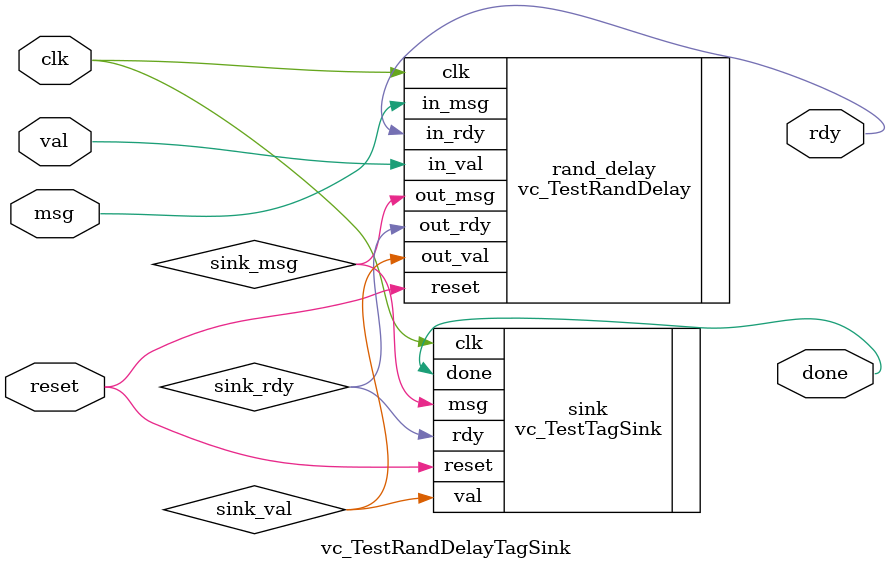
<source format=v>

`ifndef VC_TEST_RAND_DELAY_TAG_SINK_V
`define VC_TEST_RAND_DELAY_TAG_SINK_V

`include "vc-TestTagSink.v"
`include "vc-TestRandDelay.v"

module vc_TestRandDelayTagSink
#(
  parameter p_msg_nbits   = 1,    // size of message to store in sink
  parameter p_num_entries = 1024, // size of memory that stores the messages
  parameter p_tag_nbits   = 1,    // size of tag in bits
  parameter p_tag_offset  = 0,    // offset to tag field in message in bits
  parameter p_max_delay   = 0     // max number of cycles to delay messages
)(
  input  clk,
  input  reset,

  // Sink message interface

  input                    val,
  output                   rdy,
  input  [p_msg_nbits-1:0] msg,

  // Goes high once all sink data has been received

  output done
);

  //----------------------------------------------------------------------
  // Test random delay
  //----------------------------------------------------------------------

  wire                   sink_val;
  wire                   sink_rdy;
  wire [p_msg_nbits-1:0] sink_msg;

  vc_TestRandDelay
  #(
    p_msg_nbits,
    p_max_delay
  )
  rand_delay
  (
    .clk     (clk),
    .reset   (reset),

    .in_val  (val),
    .in_rdy  (rdy),
    .in_msg  (msg),

    .out_val (sink_val),
    .out_rdy (sink_rdy),
    .out_msg (sink_msg)
  );

  //----------------------------------------------------------------------
  // Test sink
  //----------------------------------------------------------------------

  vc_TestTagSink
  #(
    p_msg_nbits,
    p_num_entries,
    p_tag_nbits,
    p_tag_offset
  )
  sink
  (
    .clk     (clk),
    .reset   (reset),

    .val     (sink_val),
    .rdy     (sink_rdy),
    .msg     (sink_msg),

    .done    (done)
  );

endmodule

`endif


</source>
